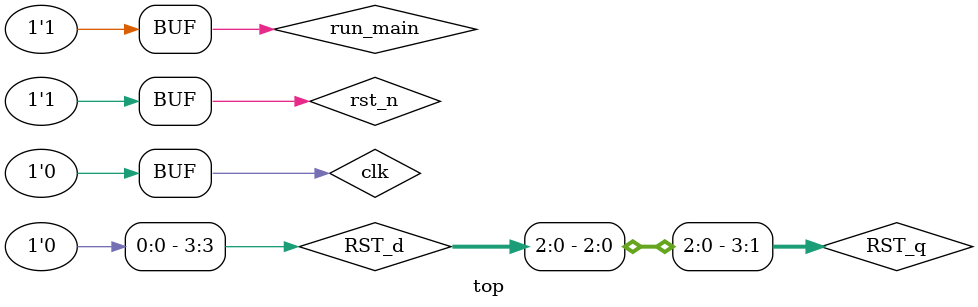
<source format=v>
module top;

reg clk;
reg rst_n;

initial begin
  clk = 1'b0;
  rst_n = 1'b0;
  $display("icarus framework started");
  $dumpfile("icarus.vcd");
  $dumpvars(0,top);
  repeat(4) #5 clk = ~clk;
  rst_n = 1'b1;
  repeat(50) #5 clk = ~clk; // generate a clock
end

reg ready = 0;
reg [3:0] RST_d;
reg [3:0] RST_q;

always @* begin
  RST_d = RST_q >> 1;
end

always @(posedge clk) begin
  if (ready) begin
    RST_q <= RST_d;
  end else begin
    ready <= 1;
    RST_q <= 4'b1111;
  end
end

wire run_main;
assign run_main = 1'b1;

M_main __main(
  .clock(clk),
  .reset(RST_d[0]),
  .in_run(run_main)
);

endmodule


</source>
